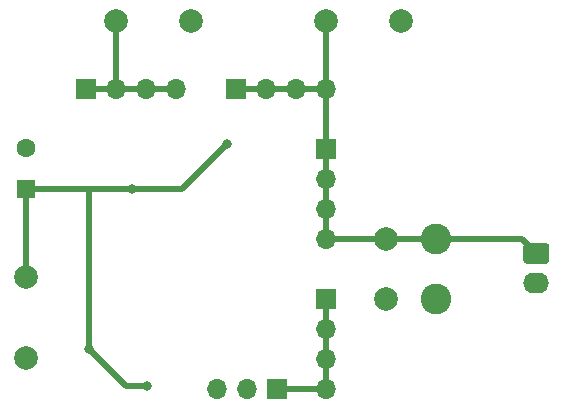
<source format=gbr>
G04 #@! TF.GenerationSoftware,KiCad,Pcbnew,(5.1.10-0-10_14)*
G04 #@! TF.CreationDate,2021-08-01T19:39:00+02:00*
G04 #@! TF.ProjectId,quasimodo,71756173-696d-46f6-946f-2e6b69636164,rev?*
G04 #@! TF.SameCoordinates,Original*
G04 #@! TF.FileFunction,Copper,L2,Bot*
G04 #@! TF.FilePolarity,Positive*
%FSLAX46Y46*%
G04 Gerber Fmt 4.6, Leading zero omitted, Abs format (unit mm)*
G04 Created by KiCad (PCBNEW (5.1.10-0-10_14)) date 2021-08-01 19:39:00*
%MOMM*%
%LPD*%
G01*
G04 APERTURE LIST*
G04 #@! TA.AperFunction,ComponentPad*
%ADD10C,1.600000*%
G04 #@! TD*
G04 #@! TA.AperFunction,ComponentPad*
%ADD11R,1.600000X1.600000*%
G04 #@! TD*
G04 #@! TA.AperFunction,ComponentPad*
%ADD12O,1.700000X1.700000*%
G04 #@! TD*
G04 #@! TA.AperFunction,ComponentPad*
%ADD13R,1.700000X1.700000*%
G04 #@! TD*
G04 #@! TA.AperFunction,ComponentPad*
%ADD14C,2.000000*%
G04 #@! TD*
G04 #@! TA.AperFunction,ComponentPad*
%ADD15C,2.600000*%
G04 #@! TD*
G04 #@! TA.AperFunction,ComponentPad*
%ADD16O,2.190000X1.740000*%
G04 #@! TD*
G04 #@! TA.AperFunction,ViaPad*
%ADD17C,0.800000*%
G04 #@! TD*
G04 #@! TA.AperFunction,Conductor*
%ADD18C,0.500000*%
G04 #@! TD*
G04 APERTURE END LIST*
D10*
X119316500Y-93853000D03*
D11*
X119316500Y-97353000D03*
D12*
X144653000Y-114300000D03*
X144653000Y-111760000D03*
X144653000Y-109220000D03*
D13*
X144653000Y-106680000D03*
D12*
X144653000Y-101600000D03*
X144653000Y-99060000D03*
X144653000Y-96520000D03*
D13*
X144653000Y-93980000D03*
D12*
X144653000Y-88900000D03*
X142113000Y-88900000D03*
X139573000Y-88900000D03*
D13*
X137033000Y-88900000D03*
D12*
X131953000Y-88900000D03*
X129413000Y-88900000D03*
X126873000Y-88900000D03*
D13*
X124333000Y-88900000D03*
D14*
X133223000Y-83121500D03*
X126873000Y-83121500D03*
D15*
X153987500Y-106680000D03*
X153987500Y-101600000D03*
D14*
X149796500Y-106680000D03*
X149796500Y-101600000D03*
D16*
X162496500Y-105346500D03*
G04 #@! TA.AperFunction,ComponentPad*
G36*
G01*
X161651499Y-101936500D02*
X163341501Y-101936500D01*
G75*
G02*
X163591500Y-102186499I0J-249999D01*
G01*
X163591500Y-103426501D01*
G75*
G02*
X163341501Y-103676500I-249999J0D01*
G01*
X161651499Y-103676500D01*
G75*
G02*
X161401500Y-103426501I0J249999D01*
G01*
X161401500Y-102186499D01*
G75*
G02*
X161651499Y-101936500I249999J0D01*
G01*
G37*
G04 #@! TD.AperFunction*
D14*
X151003000Y-83121500D03*
X144653000Y-83121500D03*
D12*
X135445500Y-114300000D03*
X137985500Y-114300000D03*
D13*
X140525500Y-114300000D03*
D14*
X119253000Y-111696500D03*
X119253000Y-104775000D03*
D17*
X128270000Y-97345500D03*
X136271000Y-93535500D03*
X124650500Y-110934500D03*
X129540000Y-114046000D03*
D18*
X132461000Y-97345500D02*
X136271000Y-93535500D01*
X128270000Y-97345500D02*
X132461000Y-97345500D01*
X127762000Y-114046000D02*
X124650500Y-110934500D01*
X129540000Y-114046000D02*
X127762000Y-114046000D01*
X119253000Y-97416500D02*
X119316500Y-97353000D01*
X119253000Y-104775000D02*
X119253000Y-97416500D01*
X119324000Y-97345500D02*
X119316500Y-97353000D01*
X124650500Y-110934500D02*
X124650500Y-97345500D01*
X124650500Y-97345500D02*
X119324000Y-97345500D01*
X128270000Y-97345500D02*
X124650500Y-97345500D01*
X149796500Y-101600000D02*
X153987500Y-101600000D01*
X161290000Y-101600000D02*
X162496500Y-102806500D01*
X153987500Y-101600000D02*
X161290000Y-101600000D01*
X137033000Y-88900000D02*
X139573000Y-88900000D01*
X139573000Y-88900000D02*
X142113000Y-88900000D01*
X142113000Y-88900000D02*
X144653000Y-88900000D01*
X149796500Y-101600000D02*
X144653000Y-101600000D01*
X144653000Y-101600000D02*
X144653000Y-99060000D01*
X144653000Y-99060000D02*
X144653000Y-96520000D01*
X144653000Y-96520000D02*
X144653000Y-93980000D01*
X144653000Y-93980000D02*
X144653000Y-88900000D01*
X144653000Y-88900000D02*
X144653000Y-83121500D01*
X131953000Y-88900000D02*
X129413000Y-88900000D01*
X129413000Y-88900000D02*
X126873000Y-88900000D01*
X126873000Y-88900000D02*
X124333000Y-88900000D01*
X126873000Y-88900000D02*
X126873000Y-83121500D01*
X140525500Y-114300000D02*
X144653000Y-114300000D01*
X144653000Y-114300000D02*
X144653000Y-111760000D01*
X144653000Y-111760000D02*
X144653000Y-109220000D01*
X144653000Y-109220000D02*
X144653000Y-106680000D01*
M02*

</source>
